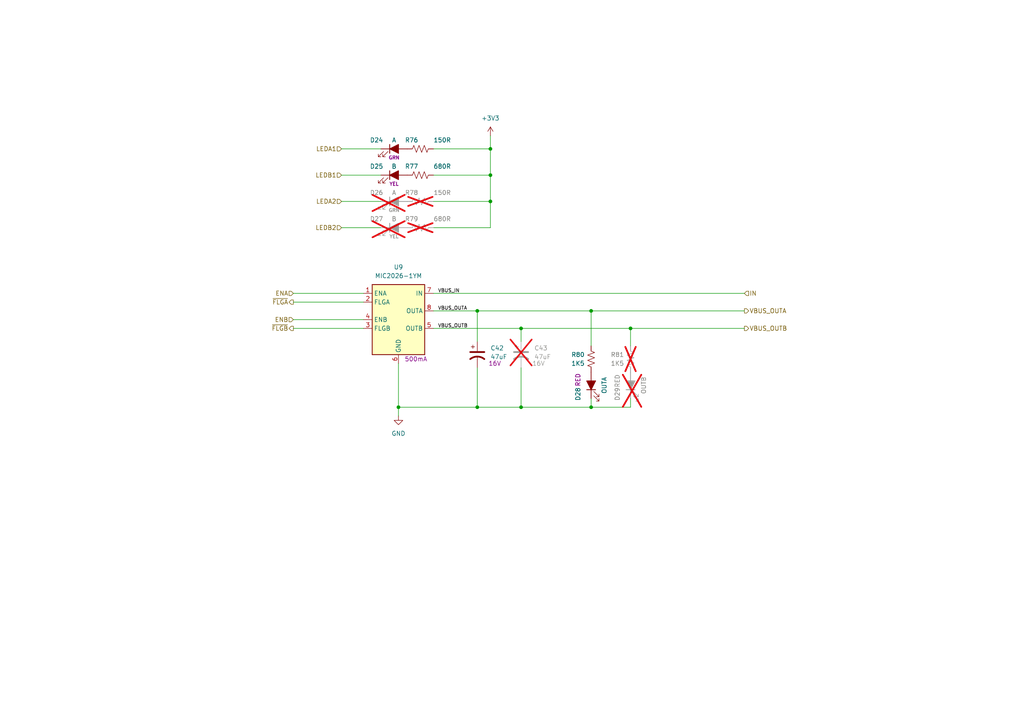
<source format=kicad_sch>
(kicad_sch (version 20230121) (generator eeschema)
  (paper "A4")
  (title_block (title "VoltHub7") (date "2024-01-26") (rev "A") (company "Voltlog") (comment 1 "All resistors are 1% unless otherwise mentioned.") (comment 2 "License GPLv3"))
  (lib_symbols
    (symbol "Device:C_Polarized_US" (pin_numbers hide) (pin_names (offset 0.254) hide)
      (property "Reference" "C" (at 0.635 2.54 0))
      (property "Value" "C_Polarized_US" (at 0.635 -2.54 0))
      (symbol "C_Polarized_US_0_1"
        (polyline (pts (xy -2.032 0.762) (xy 2.032 0.762)) (stroke (width 0.508)))
        (polyline (pts (xy -1.778 2.286) (xy -0.762 2.286)))
        (polyline (pts (xy -1.27 1.778) (xy -1.27 2.794)))
        (arc (start 2.032 -1.27) (mid 0 -0.5572) (end -2.032 -1.27) (stroke (width 0.508)))
      )
      (symbol "C_Polarized_US_1_1"
        (pin passive line (at 0 3.81 270) (length 2.794) (name "~") (number "1"))
        (pin passive line (at 0 -3.81 90) (length 3.302) (name "~") (number "2"))
      )
    )
    (symbol "Device:LED_Filled" (pin_numbers hide) (pin_names (offset 1.016) hide)
      (property "Reference" "D" (at 0 2.54 0))
      (property "Value" "LED_Filled" (at 0 -2.54 0))
      (symbol "LED_Filled_0_1"
        (polyline (pts (xy -1.27 -1.27) (xy -1.27 1.27)) (stroke (width 0.254)))
        (polyline (pts (xy -1.27 0) (xy 1.27 0)))
        (polyline (pts (xy 1.27 -1.27) (xy 1.27 1.27) (xy -1.27 0) (xy 1.27 -1.27)) (stroke (width 0.254)) (fill (type outline)))
        (polyline (pts (xy -3.048 -0.762) (xy -4.572 -2.286) (xy -3.81 -2.286) (xy -4.572 -2.286) (xy -4.572 -1.524)))
        (polyline (pts (xy -1.778 -0.762) (xy -3.302 -2.286) (xy -2.54 -2.286) (xy -3.302 -2.286) (xy -3.302 -1.524)))
      )
      (symbol "LED_Filled_1_1"
        (pin passive line (at -3.81 0 0) (length 2.54) (name "K") (number "1"))
        (pin passive line (at 3.81 0 180) (length 2.54) (name "A") (number "2"))
      )
    )
    (symbol "Device:R_US" (pin_numbers hide) (pin_names (offset 0))
      (property "Reference" "R" (at 2.54 0 90))
      (property "Value" "R_US" (at -2.54 0 90))
      (symbol "R_US_0_1"
        (polyline (pts (xy 0 -2.286) (xy 0 -2.54)))
        (polyline (pts (xy 0 2.286) (xy 0 2.54)))
        (polyline (pts (xy 0 -0.762) (xy 1.016 -1.143) (xy 0 -1.524) (xy -1.016 -1.905) (xy 0 -2.286)))
        (polyline (pts (xy 0 0.762) (xy 1.016 0.381) (xy 0 0) (xy -1.016 -0.381) (xy 0 -0.762)))
        (polyline (pts (xy 0 2.286) (xy 1.016 1.905) (xy 0 1.524) (xy -1.016 1.143) (xy 0 0.762)))
      )
      (symbol "R_US_1_1"
        (pin passive line (at 0 3.81 270) (length 1.27) (name "~") (number "1"))
        (pin passive line (at 0 -3.81 90) (length 1.27) (name "~") (number "2"))
      )
    )
    (symbol "Power_Management:MIC2026-1BM"
      (property "Reference" "U" (at -7.62 11.43 0))
      (property "Value" "MIC2026-1BM" (at 12.7 11.43 0))
      (symbol "MIC2026-1BM_0_1"
        (rectangle (start -7.62 -10.16) (end 7.62 10.16) (stroke (width 0.254)) (fill (type background)))
      )
      (symbol "MIC2026-1BM_1_1"
        (pin input line (at -10.16 7.62 0) (length 2.54) (name "ENA") (number "1"))
        (pin output line (at -10.16 5.08 0) (length 2.54) (name "FLGA") (number "2"))
        (pin output line (at -10.16 -2.54 0) (length 2.54) (name "FLGB") (number "3"))
        (pin input line (at -10.16 0 0) (length 2.54) (name "ENB") (number "4"))
        (pin power_out line (at 10.16 -2.54 180) (length 2.54) (name "OUTB") (number "5"))
        (pin power_in line (at 0 -12.7 90) (length 2.54) (name "GND") (number "6"))
        (pin power_in line (at 10.16 7.62 180) (length 2.54) (name "IN") (number "7"))
        (pin power_out line (at 10.16 2.54 180) (length 2.54) (name "OUTA") (number "8"))
      )
    )
    (symbol "power:+3V3" (power) (pin_names (offset 0))
      (property "Value" "+3V3" (at 0 3.556 0))
      (symbol "+3V3_0_1"
        (polyline (pts (xy -0.762 1.27) (xy 0 2.54)))
        (polyline (pts (xy 0 0) (xy 0 2.54)))
        (polyline (pts (xy 0 2.54) (xy 0.762 1.27)))
      )
      (symbol "+3V3_1_1"
        (pin power_in line (at 0 0 90) (length 0) hide (name "+3V3") (number "1"))
      )
    )
    (symbol "power:GND" (power) (pin_names (offset 0))
      (property "Value" "GND" (at 0 -3.81 0))
      (symbol "GND_0_1"
        (polyline (pts (xy 0 0) (xy 0 -1.27) (xy 1.27 -1.27) (xy 0 -2.54) (xy -1.27 -1.27) (xy 0 -1.27)))
      )
      (symbol "GND_1_1"
        (pin power_in line (at 0 0 270) (length 0) hide (name "GND") (number "1"))
      )
    )
  )
  (junction (at 115.57 118.11))
  (junction (at 151.13 118.11))
  (junction (at 142.24 50.8))
  (junction (at 138.43 90.17))
  (junction (at 142.24 58.42))
  (junction (at 151.13 95.25))
  (junction (at 171.45 118.11))
  (junction (at 142.24 43.18))
  (junction (at 138.43 118.11))
  (junction (at 171.45 90.17))
  (junction (at 182.88 95.25))
  (wire (pts (xy 85.09 95.25) (xy 105.41 95.25)))
  (wire (pts (xy 182.88 115.57) (xy 182.88 118.11)))
  (wire (pts (xy 125.73 50.8) (xy 142.24 50.8)))
  (wire (pts (xy 171.45 115.57) (xy 171.45 118.11)))
  (wire (pts (xy 151.13 95.25) (xy 182.88 95.25)))
  (wire (pts (xy 125.73 90.17) (xy 138.43 90.17)))
  (wire (pts (xy 125.73 95.25) (xy 151.13 95.25)))
  (wire (pts (xy 125.73 58.42) (xy 142.24 58.42)))
  (wire (pts (xy 85.09 92.71) (xy 105.41 92.71)))
  (wire (pts (xy 151.13 95.25) (xy 151.13 99.06)))
  (wire (pts (xy 99.06 58.42) (xy 110.49 58.42)))
  (wire (pts (xy 171.45 90.17) (xy 171.45 100.33)))
  (wire (pts (xy 138.43 90.17) (xy 138.43 99.06)))
  (wire (pts (xy 115.57 118.11) (xy 115.57 120.65)))
  (wire (pts (xy 142.24 43.18) (xy 125.73 43.18)))
  (wire (pts (xy 115.57 118.11) (xy 138.43 118.11)))
  (wire (pts (xy 142.24 66.04) (xy 142.24 58.42)))
  (wire (pts (xy 171.45 90.17) (xy 215.9 90.17)))
  (wire (pts (xy 182.88 118.11) (xy 171.45 118.11)))
  (wire (pts (xy 125.73 85.09) (xy 215.9 85.09)))
  (wire (pts (xy 99.06 43.18) (xy 110.49 43.18)))
  (wire (pts (xy 99.06 50.8) (xy 110.49 50.8)))
  (wire (pts (xy 171.45 118.11) (xy 151.13 118.11)))
  (wire (pts (xy 138.43 106.68) (xy 138.43 118.11)))
  (wire (pts (xy 99.06 66.04) (xy 110.49 66.04)))
  (wire (pts (xy 182.88 95.25) (xy 215.9 95.25)))
  (wire (pts (xy 151.13 106.68) (xy 151.13 118.11)))
  (wire (pts (xy 115.57 105.41) (xy 115.57 118.11)))
  (wire (pts (xy 125.73 66.04) (xy 142.24 66.04)))
  (wire (pts (xy 138.43 90.17) (xy 171.45 90.17)))
  (wire (pts (xy 85.09 85.09) (xy 105.41 85.09)))
  (wire (pts (xy 142.24 58.42) (xy 142.24 50.8)))
  (wire (pts (xy 142.24 50.8) (xy 142.24 43.18)))
  (wire (pts (xy 142.24 39.37) (xy 142.24 43.18)))
  (wire (pts (xy 85.09 87.63) (xy 105.41 87.63)))
  (wire (pts (xy 138.43 118.11) (xy 151.13 118.11)))
  (wire (pts (xy 182.88 95.25) (xy 182.88 100.33)))
  (label "VBUS_OUTB" (at 127 95.25 0) (effects (font (size 1 1))))
  (label "VBUS_IN" (at 127 85.09 0) (effects (font (size 1 1))))
  (label "VBUS_OUTA" (at 127 90.17 0) (effects (font (size 1 1))))
  (hierarchical_label "IN" (shape input) (at 215.9 85.09 0))
  (hierarchical_label "ENA" (shape input) (at 85.09 85.09 180))
  (hierarchical_label "LEDA1" (shape input) (at 99.06 43.18 180))
  (hierarchical_label "LEDB1" (shape input) (at 99.06 50.8 180))
  (hierarchical_label "~{FLGA}" (shape output) (at 85.09 87.63 180))
  (hierarchical_label "~{FLGB}" (shape output) (at 85.09 95.25 180))
  (hierarchical_label "LEDA2" (shape input) (at 99.06 58.42 180))
  (hierarchical_label "LEDB2" (shape input) (at 99.06 66.04 180))
  (hierarchical_label "VBUS_OUTB" (shape output) (at 215.9 95.25 0))
  (hierarchical_label "VBUS_OUTA" (shape output) (at 215.9 90.17 0))
  (hierarchical_label "ENB" (shape input) (at 85.09 92.71 180))
  (symbol (lib_id "Device:R_US") (at 121.92 66.04 90) (unit 1) (in_bom no) (on_board no) (dnp yes)
    (property "Reference" "R79" (at 119.38 63.5 90))
    (property "Value" "680R" (at 128.27 63.5 90))
    (property "Footprint" "Resistor_SMD:R_0603_1608Metric" (effects hide))
    (property "LCSC" "C23228" (effects hide))
  )
  (symbol (lib_id "Power_Management:MIC2026-1BM") (at 115.57 92.71 0) (unit 1)
    (property "Reference" "U9" (at 115.57 77.47 0))
    (property "Value" "MIC2026-1YM" (at 115.57 80.01 0))
    (property "Footprint" "Package_SO:SO-8_3.9x4.9mm_P1.27mm" (effects hide))
    (property "Datasheet" "http://ww1.microchip.com/downloads/en/DeviceDoc/mic2026.pdf" (effects hide))
    (property "LCSC" "C144190" (effects hide))
    (property "Limit" "500mA" (at 120.65 104.14 0))
  )
  (symbol (lib_id "Device:R_US") (at 171.45 104.14 180) (unit 1)
    (property "Reference" "R80" (at 167.64 102.87 0))
    (property "Value" "1K5" (at 167.64 105.41 0))
    (property "Footprint" "Resistor_SMD:R_0603_1608Metric" (effects hide))
  )
  (symbol (lib_id "power:GND") (at 115.57 120.65 0) (unit 1)
    (property "Reference" "#PWR055" (effects hide))
    (property "Value" "GND" (at 115.57 125.73 0))
  )
  (symbol (lib_id "Device:R_US") (at 182.88 104.14 180) (unit 1) (in_bom no) (on_board no) (dnp yes)
    (property "Reference" "R81" (at 179.07 102.87 0))
    (property "Value" "1K5" (at 179.07 105.41 0))
    (property "Footprint" "Resistor_SMD:R_0603_1608Metric" (effects hide))
  )
  (symbol (lib_id "Device:LED_Filled") (at 114.3 66.04 0) (unit 1) (in_bom no) (on_board no) (dnp yes)
    (property "Reference" "D27" (at 109.22 63.5 0))
    (property "Value" "B" (at 114.3 63.5 0))
    (property "Footprint" "LED_SMD:LED_0603_1608Metric" (effects hide))
    (property "Color" "YEL" (at 114.3 68.58 0) (effects (font (size 1 1))))
    (property "LCSC" "C84268" (effects hide))
    (property "PN" "NCD0603Y5" (effects hide))
  )
  (symbol (lib_id "Device:R_US") (at 121.92 43.18 90) (unit 1)
    (property "Reference" "R76" (at 119.38 40.64 90))
    (property "Value" "150R" (at 128.27 40.64 90))
    (property "Footprint" "Resistor_SMD:R_0603_1608Metric" (effects hide))
    (property "LCSC" "C22808" (effects hide))
  )
  (symbol (lib_id "Device:LED_Filled") (at 171.45 111.76 90) (unit 1)
    (property "Reference" "D28" (at 167.64 114.3 0))
    (property "Value" "OUTA" (at 175.26 111.76 0))
    (property "Footprint" "LED_SMD:LED_0603_1608Metric" (effects hide))
    (property "Color" "RED" (at 167.64 110.1725 0))
    (property "LCSC" "C193902" (effects hide))
    (property "PN" "NCD0603R5" (effects hide))
  )
  (symbol (lib_id "Device:C_Polarized_US") (at 138.43 102.87 0) (unit 1)
    (property "Reference" "C42" (at 142.24 100.965 0) (effects (justify left)))
    (property "Value" "47uF" (at 142.24 103.505 0) (effects (justify left)))
    (property "Footprint" "Capacitor_SMD:CP_Elec_6.3x5.3" (effects hide))
    (property "Voltage" "16V" (at 143.51 105.41 0))
    (property "LCSC" "C249535" (effects hide))
  )
  (symbol (lib_id "Device:LED_Filled") (at 182.88 111.76 90) (unit 1) (in_bom no) (on_board no) (dnp yes)
    (property "Reference" "D29" (at 179.07 114.3 0))
    (property "Value" "OUTB" (at 186.69 111.76 0))
    (property "Footprint" "LED_SMD:LED_0603_1608Metric" (effects hide))
    (property "Color" "RED" (at 179.07 110.49 0))
    (property "LCSC" "C193902" (effects hide))
    (property "PN" "NCD0603R5" (effects hide))
  )
  (symbol (lib_id "Device:C_Polarized_US") (at 151.13 102.87 0) (unit 1) (in_bom no) (on_board no) (dnp yes)
    (property "Reference" "C43" (at 154.94 100.965 0) (effects (justify left)))
    (property "Value" "47uF" (at 154.94 103.505 0) (effects (justify left)))
    (property "Footprint" "Capacitor_SMD:CP_Elec_6.3x5.3" (effects hide))
    (property "Voltage" "16V" (at 156.21 105.41 0))
    (property "LCSC" "C249535" (effects hide))
  )
  (symbol (lib_id "Device:LED_Filled") (at 114.3 50.8 0) (unit 1)
    (property "Reference" "D25" (at 109.22 48.26 0))
    (property "Value" "B" (at 114.3 48.26 0))
    (property "Footprint" "LED_SMD:LED_0603_1608Metric" (effects hide))
    (property "Color" "YEL" (at 114.3 53.34 0) (effects (font (size 1 1))))
    (property "LCSC" "C84268" (effects hide))
    (property "PN" "NCD0603Y5" (effects hide))
  )
  (symbol (lib_id "Device:LED_Filled") (at 114.3 58.42 0) (unit 1) (in_bom no) (on_board no) (dnp yes)
    (property "Reference" "D26" (at 109.22 55.88 0))
    (property "Value" "A" (at 114.3 55.88 0))
    (property "Footprint" "LED_SMD:LED_0603_1608Metric" (effects hide))
    (property "Color" "GRN" (at 114.3 60.96 0) (effects (font (size 1 1))))
    (property "LCSC" "C84267" (effects hide))
    (property "PN" "NCD0603G1" (effects hide))
  )
  (symbol (lib_id "power:+3V3") (at 142.24 39.37 0) (unit 1)
    (property "Reference" "#PWR056" (effects hide))
    (property "Value" "+3V3" (at 142.24 34.29 0))
  )
  (symbol (lib_id "Device:R_US") (at 121.92 50.8 90) (unit 1)
    (property "Reference" "R77" (at 119.38 48.26 90))
    (property "Value" "680R" (at 128.27 48.26 90))
    (property "Footprint" "Resistor_SMD:R_0603_1608Metric" (effects hide))
    (property "LCSC" "C23228" (effects hide))
  )
  (symbol (lib_id "Device:R_US") (at 121.92 58.42 90) (unit 1) (in_bom no) (on_board no) (dnp yes)
    (property "Reference" "R78" (at 119.38 55.88 90))
    (property "Value" "150R" (at 128.27 55.88 90))
    (property "Footprint" "Resistor_SMD:R_0603_1608Metric" (effects hide))
    (property "LCSC" "C22808" (effects hide))
  )
  (symbol (lib_id "Device:LED_Filled") (at 114.3 43.18 0) (unit 1)
    (property "Reference" "D24" (at 109.22 40.64 0))
    (property "Value" "A" (at 114.3 40.64 0))
    (property "Footprint" "LED_SMD:LED_0603_1608Metric" (effects hide))
    (property "Color" "GRN" (at 114.3 45.72 0) (effects (font (size 1 1))))
    (property "LCSC" "C84267" (effects hide))
    (property "PN" "NCD0603G1" (effects hide))
  )
)
</source>
